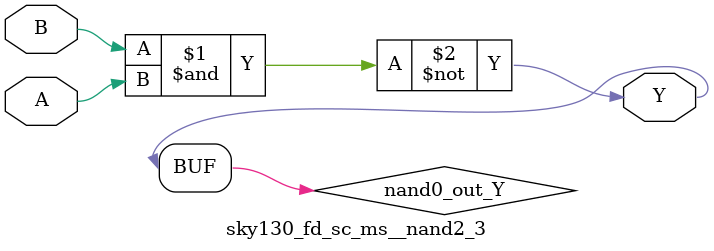
<source format=v>
module sky130_fd_sc_ms__nand2_3 (
    Y,
    A,
    B
);
    output Y;
    input  A;
    input  B;
    wire nand0_out_Y;
    nand nand0 (nand0_out_Y, B, A           );
    buf  buf0  (Y          , nand0_out_Y    );
endmodule
</source>
